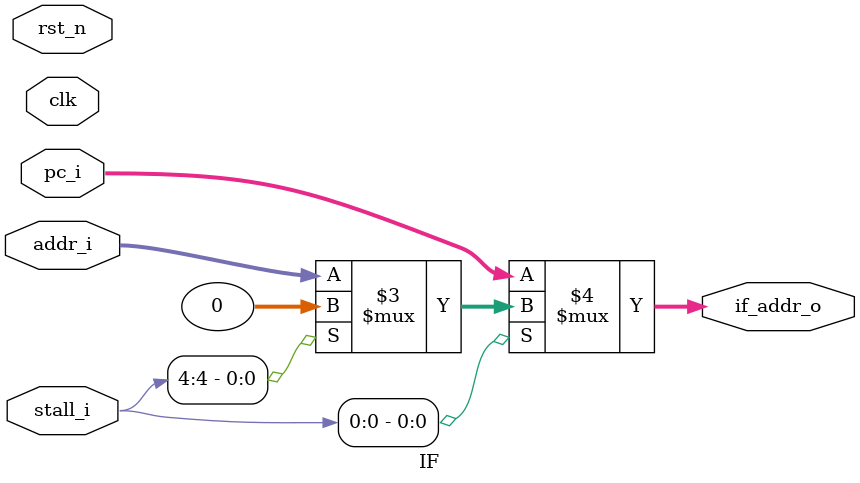
<source format=v>
module IF (
    input               clk,
    input               rst_n,
    input       [5:0]   stall_i,

    input       [31:0]  addr_i,
    input       [31:0]  pc_i,
    output wire [31:0]  if_addr_o
);

assign if_addr_o = (!stall_i[0]) ? pc_i : ((!stall_i[4]) ? addr_i : 32'b0);

endmodule
</source>
